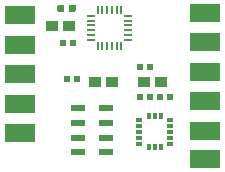
<source format=gbr>
G04 #@! TF.GenerationSoftware,KiCad,Pcbnew,(5.1.5)-3*
G04 #@! TF.CreationDate,2020-06-01T16:45:14+09:00*
G04 #@! TF.ProjectId,FMU3_Sensors_make,464d5533-5f53-4656-9e73-6f72735f6d61,rev?*
G04 #@! TF.SameCoordinates,Original*
G04 #@! TF.FileFunction,Paste,Top*
G04 #@! TF.FilePolarity,Positive*
%FSLAX46Y46*%
G04 Gerber Fmt 4.6, Leading zero omitted, Abs format (unit mm)*
G04 Created by KiCad (PCBNEW (5.1.5)-3) date 2020-06-01 16:45:14*
%MOMM*%
%LPD*%
G04 APERTURE LIST*
%ADD10R,0.540000X0.600000*%
%ADD11R,0.640000X0.150000*%
%ADD12R,0.150000X0.640000*%
%ADD13R,1.010000X0.930000*%
%ADD14R,2.500000X1.500000*%
%ADD15C,0.100000*%
%ADD16R,1.310000X0.530000*%
%ADD17R,0.600000X0.300000*%
%ADD18R,0.300000X0.600000*%
G04 APERTURE END LIST*
D10*
X142200000Y-31290000D03*
X141340000Y-31290000D03*
D11*
X137225000Y-24410000D03*
X137225000Y-24810000D03*
X137225000Y-25210000D03*
X137225000Y-25610000D03*
X137225000Y-26010000D03*
X137225000Y-26410000D03*
D12*
X137770000Y-26955000D03*
X138170000Y-26955000D03*
X138570000Y-26955000D03*
X138970000Y-26955000D03*
X139370000Y-26955000D03*
X139770000Y-26955000D03*
D11*
X140315000Y-26410000D03*
X140315000Y-26010000D03*
X140315000Y-25610000D03*
X140315000Y-25210000D03*
X140315000Y-24810000D03*
X140315000Y-24410000D03*
D12*
X139770000Y-23865000D03*
X139370000Y-23865000D03*
X138970000Y-23865000D03*
X138570000Y-23865000D03*
X138170000Y-23865000D03*
X137770000Y-23865000D03*
D10*
X141330000Y-28730000D03*
X142190000Y-28730000D03*
D13*
X141681000Y-30010000D03*
X143099000Y-30010000D03*
D10*
X143070000Y-31310000D03*
X143930000Y-31310000D03*
D14*
X131200001Y-31850000D03*
X131200001Y-24350000D03*
X131200001Y-29350000D03*
X131200001Y-26850000D03*
X131200001Y-34350000D03*
D13*
X133901000Y-25280000D03*
X135319000Y-25280000D03*
D10*
X135660000Y-26700000D03*
X134800000Y-26700000D03*
D13*
X138939000Y-30000000D03*
X137521000Y-30000000D03*
D10*
X136050000Y-29780000D03*
X135190000Y-29780000D03*
D14*
X146870000Y-24120000D03*
X146870000Y-34120000D03*
X146870000Y-31620000D03*
X146870000Y-26620000D03*
X146870000Y-29120000D03*
X146870000Y-36520000D03*
D15*
G36*
X135776958Y-23440710D02*
G01*
X135791276Y-23442834D01*
X135805317Y-23446351D01*
X135818946Y-23451228D01*
X135832031Y-23457417D01*
X135844447Y-23464858D01*
X135856073Y-23473481D01*
X135866798Y-23483202D01*
X135876519Y-23493927D01*
X135885142Y-23505553D01*
X135892583Y-23517969D01*
X135898772Y-23531054D01*
X135903649Y-23544683D01*
X135907166Y-23558724D01*
X135909290Y-23573042D01*
X135910000Y-23587500D01*
X135910000Y-23932500D01*
X135909290Y-23946958D01*
X135907166Y-23961276D01*
X135903649Y-23975317D01*
X135898772Y-23988946D01*
X135892583Y-24002031D01*
X135885142Y-24014447D01*
X135876519Y-24026073D01*
X135866798Y-24036798D01*
X135856073Y-24046519D01*
X135844447Y-24055142D01*
X135832031Y-24062583D01*
X135818946Y-24068772D01*
X135805317Y-24073649D01*
X135791276Y-24077166D01*
X135776958Y-24079290D01*
X135762500Y-24080000D01*
X135467500Y-24080000D01*
X135453042Y-24079290D01*
X135438724Y-24077166D01*
X135424683Y-24073649D01*
X135411054Y-24068772D01*
X135397969Y-24062583D01*
X135385553Y-24055142D01*
X135373927Y-24046519D01*
X135363202Y-24036798D01*
X135353481Y-24026073D01*
X135344858Y-24014447D01*
X135337417Y-24002031D01*
X135331228Y-23988946D01*
X135326351Y-23975317D01*
X135322834Y-23961276D01*
X135320710Y-23946958D01*
X135320000Y-23932500D01*
X135320000Y-23587500D01*
X135320710Y-23573042D01*
X135322834Y-23558724D01*
X135326351Y-23544683D01*
X135331228Y-23531054D01*
X135337417Y-23517969D01*
X135344858Y-23505553D01*
X135353481Y-23493927D01*
X135363202Y-23483202D01*
X135373927Y-23473481D01*
X135385553Y-23464858D01*
X135397969Y-23457417D01*
X135411054Y-23451228D01*
X135424683Y-23446351D01*
X135438724Y-23442834D01*
X135453042Y-23440710D01*
X135467500Y-23440000D01*
X135762500Y-23440000D01*
X135776958Y-23440710D01*
G37*
G36*
X134806958Y-23440710D02*
G01*
X134821276Y-23442834D01*
X134835317Y-23446351D01*
X134848946Y-23451228D01*
X134862031Y-23457417D01*
X134874447Y-23464858D01*
X134886073Y-23473481D01*
X134896798Y-23483202D01*
X134906519Y-23493927D01*
X134915142Y-23505553D01*
X134922583Y-23517969D01*
X134928772Y-23531054D01*
X134933649Y-23544683D01*
X134937166Y-23558724D01*
X134939290Y-23573042D01*
X134940000Y-23587500D01*
X134940000Y-23932500D01*
X134939290Y-23946958D01*
X134937166Y-23961276D01*
X134933649Y-23975317D01*
X134928772Y-23988946D01*
X134922583Y-24002031D01*
X134915142Y-24014447D01*
X134906519Y-24026073D01*
X134896798Y-24036798D01*
X134886073Y-24046519D01*
X134874447Y-24055142D01*
X134862031Y-24062583D01*
X134848946Y-24068772D01*
X134835317Y-24073649D01*
X134821276Y-24077166D01*
X134806958Y-24079290D01*
X134792500Y-24080000D01*
X134497500Y-24080000D01*
X134483042Y-24079290D01*
X134468724Y-24077166D01*
X134454683Y-24073649D01*
X134441054Y-24068772D01*
X134427969Y-24062583D01*
X134415553Y-24055142D01*
X134403927Y-24046519D01*
X134393202Y-24036798D01*
X134383481Y-24026073D01*
X134374858Y-24014447D01*
X134367417Y-24002031D01*
X134361228Y-23988946D01*
X134356351Y-23975317D01*
X134352834Y-23961276D01*
X134350710Y-23946958D01*
X134350000Y-23932500D01*
X134350000Y-23587500D01*
X134350710Y-23573042D01*
X134352834Y-23558724D01*
X134356351Y-23544683D01*
X134361228Y-23531054D01*
X134367417Y-23517969D01*
X134374858Y-23505553D01*
X134383481Y-23493927D01*
X134393202Y-23483202D01*
X134403927Y-23473481D01*
X134415553Y-23464858D01*
X134427969Y-23457417D01*
X134441054Y-23451228D01*
X134454683Y-23446351D01*
X134468724Y-23442834D01*
X134483042Y-23440710D01*
X134497500Y-23440000D01*
X134792500Y-23440000D01*
X134806958Y-23440710D01*
G37*
D16*
X136060000Y-32205000D03*
X138460000Y-32205000D03*
X136060000Y-33455000D03*
X136060000Y-34705000D03*
X136060000Y-35955000D03*
X138460000Y-35955000D03*
X138460000Y-34705000D03*
X138460000Y-33455000D03*
D17*
X141300000Y-33210000D03*
X141300000Y-33710000D03*
X141300000Y-34210000D03*
X141300000Y-34710000D03*
X141300000Y-35210000D03*
D18*
X142100000Y-35510000D03*
X142600000Y-35510000D03*
X143100000Y-35510000D03*
D17*
X143900000Y-35210000D03*
X143900000Y-34710000D03*
X143900000Y-34210000D03*
X143900000Y-33710000D03*
X143900000Y-33210000D03*
D18*
X143100000Y-32910000D03*
X142600000Y-32910000D03*
X142100000Y-32910000D03*
M02*

</source>
